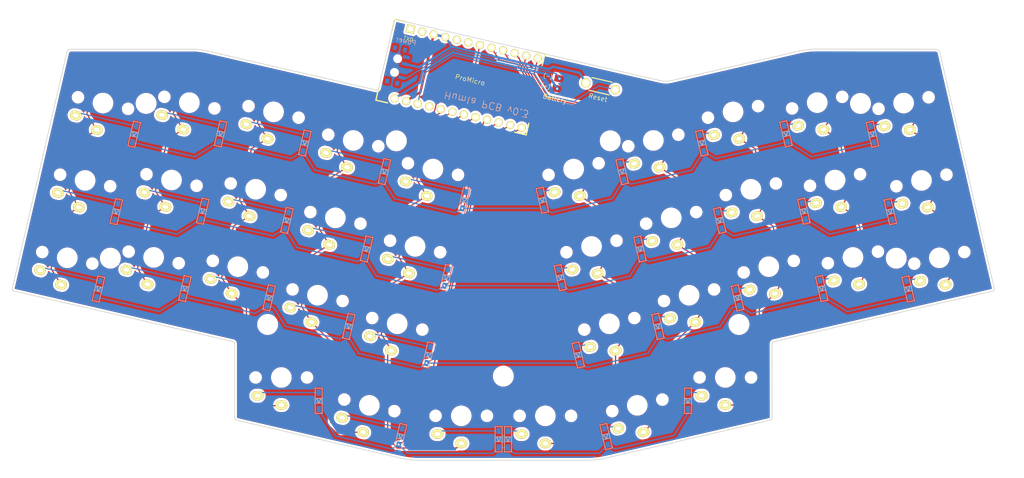
<source format=kicad_pcb>
(kicad_pcb (version 20211014) (generator pcbnew)
  (title_block (title "Humla") (date "2021-11-10") (rev "0.3") (company "jmnw"))
  (layers (0 "F.Cu" signal) (31 "B.Cu" signal) (34 "B.Paste" user) (35 "F.Paste" user) (36 "B.SilkS" user "B.Silkscreen") (37 "F.SilkS" user "F.Silkscreen") (38 "B.Mask" user) (39 "F.Mask" user) (44 "Edge.Cuts" user))
  (net 0 "")
  (net 1 "col0")
  (net 2 "col1")
  (net 3 "col2")
  (net 4 "col3")
  (net 5 "col4")
  (net 6 "col5")
  (net 7 "GND")
  (net 8 "rowA")
  (net 9 "rowB")
  (net 10 "rowC")
  (net 11 "rowD")
  (net 12 "+5V")
  (net 13 "RAW")
  (net 14 "RST")
  (net 15 "Net-(BT1-Pad2)")
  (net 16 "Net-(D1-Pad2)")
  (net 17 "Net-(D2-Pad2)")
  (net 18 "Net-(D3-Pad2)")
  (net 19 "Net-(D4-Pad2)")
  (net 20 "Net-(D5-Pad2)")
  (net 21 "Net-(D6-Pad2)")
  (net 22 "Net-(D7-Pad2)")
  (net 23 "Net-(D8-Pad2)")
  (net 24 "Net-(D9-Pad2)")
  (net 25 "Net-(D10-Pad2)")
  (net 26 "Net-(D11-Pad2)")
  (net 27 "Net-(D12-Pad2)")
  (net 28 "Net-(D13-Pad2)")
  (net 29 "Net-(D14-Pad2)")
  (net 30 "Net-(D15-Pad2)")
  (net 31 "Net-(D16-Pad2)")
  (net 32 "Net-(D17-Pad2)")
  (net 33 "Net-(D18-Pad2)")
  (net 34 "Net-(D19-Pad2)")
  (net 35 "Net-(D20-Pad2)")
  (net 36 "Net-(D21-Pad2)")
  (net 37 "Net-(D22-Pad2)")
  (net 38 "Net-(D23-Pad2)")
  (net 39 "Net-(D24-Pad2)")
  (net 40 "Net-(D25-Pad2)")
  (net 41 "Net-(D26-Pad2)")
  (net 42 "Net-(D27-Pad2)")
  (net 43 "Net-(D28-Pad2)")
  (net 44 "Net-(D29-Pad2)")
  (net 45 "Net-(D30-Pad2)")
  (net 46 "Net-(D31-Pad2)")
  (net 47 "Net-(D32-Pad2)")
  (net 48 "Net-(D33-Pad2)")
  (net 49 "Net-(D34-Pad2)")
  (net 50 "Net-(D35-Pad2)")
  (net 51 "Net-(D36-Pad2)")
  (net 52 "col6")
  (net 53 "col7")
  (net 54 "col8")
  (net 55 "col9")
  (net 56 "Net-(SW38-Pad3)")
  (net 57 "Net-(U1-Pad2)")
  (net 58 "Net-(U1-Pad6)")
  (net 59 "Net-(U1-Pad5)")
  (net 60 "Net-(U1-Pad1)")
  (footprint "humla:Battery_pads" (layer "F.Cu") (at 150.19201 46.826712 77)
    (fp_text reference "BT1" hide)
    (fp_text value "Battery_Cell")
  )
  (footprint "humla:Choc" (layer "F.Cu") (at 52.733737 50.973603 -13)
    (fp_text reference "SW1" hide)
    (fp_text value "SW_Push" hide)
  )
  (footprint "humla:Choc" (layer "F.Cu") (at 71.228441 50.881646 -13)
    (fp_text reference "SW2" hide)
    (fp_text value "SW_Push" hide)
  )
  (footprint "humla:Choc" (layer "F.Cu") (at 89.245129 52.86023 -13)
    (fp_text reference "SW3" hide)
    (fp_text value "SW_Push" hide)
  )
  (footprint "humla:Choc" (layer "F.Cu") (at 106.305759 58.979887 -13)
    (fp_text reference "SW4" hide)
    (fp_text value "SW_Push" hide)
  )
  (footprint "humla:Choc" (layer "F.Cu") (at 123.3664 65.099538 -13)
    (fp_text reference "SW5" hide)
    (fp_text value "SW_Push" hide)
  )
  (footprint "humla:Choc" (layer "F.Cu") (at 153.471948 65.102347 13)
    (fp_text reference "SW6" hide)
    (fp_text value "SW_Push" hide)
  )
  (footprint "humla:Choc" (layer "F.Cu") (at 170.532584 58.982695 13)
    (fp_text reference "SW7" hide)
    (fp_text value "SW_Push" hide)
  )
  (footprint "humla:Choc" (layer "F.Cu") (at 187.593226 52.863042 13)
    (fp_text reference "SW8" hide)
    (fp_text value "SW_Push" hide)
  )
  (footprint "humla:Choc" (layer "F.Cu") (at 205.609904 50.884454 13)
    (fp_text reference "SW9" hide)
    (fp_text value "SW_Push" hide)
  )
  (footprint "humla:Choc" (layer "F.Cu") (at 224.104607 50.976411 13)
    (fp_text reference "SW10" hide)
    (fp_text value "SW_Push" hide)
  )
  (footprint "humla:Choc" (layer "F.Cu") (at 48.909571 67.537888 -13)
    (fp_text reference "SW11" hide)
    (fp_text value "SW_Push" hide)
  )
  (footprint "humla:Choc" (layer "F.Cu") (at 67.404271 67.445939 -13)
    (fp_text reference "SW12" hide)
    (fp_text value "SW_Push" hide)
  )
  (footprint "humla:Choc" (layer "F.Cu") (at 85.420961 69.424523 -13)
    (fp_text reference "SW13" hide)
    (fp_text value "SW_Push" hide)
  )
  (footprint "humla:Choc" (layer "F.Cu") (at 102.481596 75.544177 -13)
    (fp_text reference "SW14" hide)
    (fp_text value "SW_Push" hide)
  )
  (footprint "humla:Choc" (layer "F.Cu") (at 119.542242 81.663828 -13)
    (fp_text reference "SW15" hide)
    (fp_text value "SW_Push" hide)
  )
  (footprint "humla:Choc" (layer "F.Cu") (at 157.296115 81.666638 13)
    (fp_text reference "SW16" hide)
    (fp_text value "SW_Push" hide)
  )
  (footprint "humla:Choc" (layer "F.Cu") (at 174.356751 75.54698 13)
    (fp_text reference "SW17" hide)
    (fp_text value "SW_Push" hide)
  )
  (footprint "humla:Choc" (layer "F.Cu") (at 191.417386 69.427329 13)
    (fp_text reference "SW18" hide)
    (fp_text value "SW_Push" hide)
  )
  (footprint "humla:Choc" (layer "F.Cu") (at 209.434077 67.448752 13)
    (fp_text reference "SW19" hide)
    (fp_text value "SW_Push" hide)
  )
  (footprint "humla:Choc" (layer "F.Cu") (at 227.928778 67.5407 13)
    (fp_text reference "SW20" hide)
    (fp_text value "SW_Push" hide)
  )
  (footprint "humla:Choc" (layer "F.Cu") (at 45.085398 84.102187 -13)
    (fp_text reference "SW21" hide)
    (fp_text value "SW_Push" hide)
  )
  (footprint "humla:Choc" (layer "F.Cu") (at 63.58011 84.010227 -13)
    (fp_text reference "SW22" hide)
    (fp_text value "SW_Push" hide)
  )
  (footprint "humla:Choc" (layer "F.Cu") (at 81.596792 85.988817 -13)
    (fp_text reference "SW23" hide)
    (fp_text value "SW_Push" hide)
  )
  (footprint "humla:Choc" (layer "F.Cu") (at 98.657427 92.108465 -13)
    (fp_text reference "SW24" hide)
    (fp_text value "SW_Push" hide)
  )
  (footprint "humla:Choc" (layer "F.Cu") (at 115.718073 98.228123 -13)
    (fp_text reference "SW25" hide)
    (fp_text value "SW_Push" hide)
  )
  (footprint "humla:Choc" (layer "F.Cu") (at 161.12028 98.230931 13)
    (fp_text reference "SW26" hide)
    (fp_text value "SW_Push" hide)
  )
  (footprint "humla:Choc" (layer "F.Cu") (at 178.180926 92.111276 13)
    (fp_text reference "SW27" hide)
    (fp_text value "SW_Push" hide)
  )
  (footprint "humla:Choc" (layer "F.Cu") (at 195.241563 85.991616 13)
    (fp_text reference "SW28" hide)
    (fp_text value "SW_Push" hide)
  )
  (footprint "humla:Choc" (layer "F.Cu") (at 213.258244 84.013036 13)
    (fp_text reference "SW29" hide)
    (fp_text value "SW_Push" hide)
  )
  (footprint "humla:Choc" (layer "F.Cu") (at 231.752944 84.104997 13)
    (fp_text reference "SW30" hide)
    (fp_text value "SW_Push" hide)
  )
  (footprint "humla:Choc" (layer "F.Cu") (at 90.905601 109.71291)
    (fp_text reference "SW31" hide)
    (fp_text value "SW_Push" hide)
  )
  (footprint "humla:Choc" (layer "F.Cu") (at 109.745407 115.681399 -13)
    (fp_text reference "SW32" hide)
    (fp_text value "SW_Push" hide)
  )
  (footprint "humla:Choc" (layer "F.Cu") (at 147.419969 117.931028)
    (fp_text reference "SW34" hide)
    (fp_text value "SW_Push" hide)
  )
  (footprint "humla:Choc" (layer "F.Cu") (at 167.099108 115.684869 13)
    (fp_text reference "SW35" hide)
    (fp_text value "SW_Push" hide)
  )
  (footprint "humla:Choc" (layer "F.Cu") (at 185.940747 109.708718)
    (fp_text reference "SW36" hide)
    (fp_text value "SW_Push" hide)
  )
  (footprint "humla:Choc" (layer "F.Cu") (at 129.423072 117.930724)
    (fp_text reference "SW33" hide)
    (fp_text value "SW_Push" hide)
  )
  (footprint "humla:M2_hole_3.5mm" (layer "F.Cu") (at 61.952972 51.049421)
    (fp_text reference "h2" hide)
    (fp_text value "h2")
  )
  (footprint "humla:M2_hole_3.5mm" (layer "F.Cu") (at 54.304635 84.178007)
    (fp_text reference "h2" hide)
    (fp_text value "h2")
  )
  (footprint "humla:M2_hole_3.5mm" (layer "F.Cu") (at 222.53371 84.180817)
    (fp_text reference "h2" hide)
    (fp_text value "h2")
  )
  (footprint "humla:M2_hole_3.5mm" (layer "F.Cu") (at 87.976015 98.366051)
    (fp_text reference "h2" hide)
    (fp_text value "h2")
  )
  (footprint "humla:M2_hole_3.5mm" (layer "F.Cu") (at 188.862335 98.368862)
    (fp_text reference "h2" hide)
    (fp_text value "h2")
  )
  (footprint "humla:Reset" (layer "F.Cu") (at 159.236625 47.371592 167)
    (fp_text reference "SW37" hide)
    (fp_text value "Reset")
  )
  (footprint "humla:M2_hole_3.5mm" (layer "F.Cu") (at 161.313346 59.058516)
    (fp_text reference "h2" hide)
    (fp_text value "h2")
  )
  (footprint "humla:M2_hole_3.5mm" (layer "F.Cu") (at 115.524994 59.055705)
    (fp_text reference "h2" hide)
    (fp_text value "h2")
  )
  (footprint "humla:M2_hole_3.5mm" (layer "F.Cu") (at 138.423075 109.430724)
    (fp_text reference "h2" hide)
    (fp_text value "h2")
  )
  (footprint "humla:M2_hole_3.5mm" (layer "F.Cu") (at 214.885374 51.052233)
    (fp_text reference "h2" hide)
    (fp_text value "h2")
  )
  (footprint "humla:ArduinoProMicro" (layer "B.Cu") (at 118.570921 35.122009 -13)
    (fp_text reference "U1" hide)
    (fp_text value "ProMicro" hide)
  )
  (footprint "humla:D3_SMD" (layer "B.Cu") (at 59.403947 57.645054 77)
    (fp_text reference "D1" hide)
    (fp_text value "D_Small" hide)
  )
  (footprint "humla:D3_SMD" (layer "B.Cu") (at 77.898652 57.553105 77)
    (fp_text reference "D2" hide)
    (fp_text value "D_Small" hide)
  )
  (footprint "humla:D3_SMD" (layer "B.Cu") (at 95.915327 59.531685 77)
    (fp_text reference "D3" hide)
    (fp_text value "D_Small" hide)
  )
  (footprint "humla:D3_SMD" (layer "B.Cu") (at 112.975973 65.651347 77)
    (fp_text reference "D4" hide)
    (fp_text value "D_Small" hide)
  )
  (footprint "humla:D3_SMD" (layer "B.Cu") (at 130.03661 71.770996 77)
    (fp_text reference "D5" hide)
    (fp_text value "D_Small" hide)
  )
  (footprint "humla:D3_SMD" (layer "B.Cu") (at 146.801737 71.773806 103)
    (fp_text reference "D6" hide)
    (fp_text value "D_Small" hide)
  )
  (footprint "humla:D3_SMD" (layer "B.Cu") (at 163.862379 65.654154 103)
    (fp_text reference "D7" hide)
    (fp_text value "D_Small" hide)
  )
  (footprint "humla:D3_SMD" (layer "B.Cu") (at 180.923019 59.534499 103)
    (fp_text reference "D8" hide)
    (fp_text value "D_Small" hide)
  )
  (footprint "humla:D3_SMD" (layer "B.Cu") (at 198.939699 57.555918 103)
    (fp_text reference "D9" hide)
    (fp_text value "D_Small" hide)
  )
  (footprint "humla:D3_SMD" (layer "B.Cu") (at 217.434411 57.647866 103)
    (fp_text reference "D10" hide)
    (fp_text value "D_Small" hide)
  )
  (footprint "humla:D3_SMD" (layer "B.Cu") (at 55.57978 74.209352 77)
    (fp_text reference "D11" hide)
    (fp_text value "D_Small" hide)
  )
  (footprint "humla:D3_SMD" (layer "B.Cu") (at 74.074481 74.117398 77)
    (fp_text reference "D12" hide)
    (fp_text value "D_Small" hide)
  )
  (footprint "humla:D3_SMD" (layer "B.Cu") (at 92.091159 76.095981 77)
    (fp_text reference "D13" hide)
    (fp_text value "D_Small" hide)
  )
  (footprint "humla:D3_SMD" (layer "B.Cu") (at 109.151801 82.215634 77)
    (fp_text reference "D14" hide)
    (fp_text value "D_Small" hide)
  )
  (footprint "humla:D3_SMD" (layer "B.Cu") (at 126.212443 88.335288 77)
    (fp_text reference "D15" hide)
    (fp_text value "D_Small" hide)
  )
  (footprint "humla:D3_SMD" (layer "B.Cu") (at 150.625907 88.338102 103)
    (fp_text reference "D16" hide)
    (fp_text value "D_Small" hide)
  )
  (footprint "humla:D3_SMD" (layer "B.Cu") (at 167.68655 82.218445 103)
    (fp_text reference "D17" hide)
    (fp_text value "D_Small" hide)
  )
  (footprint "humla:D3_SMD" (layer "B.Cu") (at 184.747183 76.098791 103)
    (fp_text reference "D18" hide)
    (fp_text value "D_Small" hide)
  )
  (footprint "humla:D3_SMD" (layer "B.Cu") (at 202.763868 74.120206 103)
    (fp_text reference "D19" hide)
    (fp_text value "D_Small" hide)
  )
  (footprint "humla:D3_SMD" (layer "B.Cu") (at 221.258579 74.212162 103)
    (fp_text reference "D20" hide)
    (fp_text value "D_Small" hide)
  )
  (footprint "humla:D3_SMD" (layer "B.Cu") (at 51.75561 90.773636 77)
    (fp_text reference "D21" hide)
    (fp_text value "D_Small" hide)
  )
  (footprint "humla:D3_SMD" (layer "B.Cu") (at 70.250309 90.681679 77)
    (fp_text reference "D22" hide)
    (fp_text value "D_Small" hide)
  )
  (footprint "humla:D3_SMD" (layer "B.Cu") (at 88.266996 92.66027 77)
    (fp_text reference "D23" hide)
    (fp_text value "D_Small" hide)
  )
  (footprint "humla:D3_SMD" (layer "B.Cu") (at 105.327632 98.779924 77)
    (fp_text reference "D24" hide)
    (fp_text value "D_Small" hide)
  )
  (footprint "humla:D3_SMD" (layer "B.Cu") (at 122.388271 104.899581 77)
    (fp_text reference "D25" hide)
    (fp_text value "D_Small" hide)
  )
  (footprint "humla:D3_SMD" (layer "B.Cu") (at 154.450074 104.902397 103)
    (fp_text reference "D26" hide)
    (fp_text value "D_Small" hide)
  )
  (footprint "humla:D3_SMD" (layer "B.Cu") (at 171.510715 98.782735 103)
    (fp_text reference "D27" hide)
    (fp_text value "D_Small" hide)
  )
  (footprint "humla:D3_SMD" (layer "B.Cu") (at 188.571355 92.663086 103)
    (fp_text reference "D28" hide)
    (fp_text value "D_Small" hide)
  )
  (footprint "humla:D3_SMD" (layer "B.Cu") (at 206.588037 90.684497 103)
    (fp_text reference "D29" hide)
    (fp_text value "D_Small" hide)
  )
  (footprint "humla:D3_SMD" (layer "B.Cu") (at 225.082746 90.776447 103)
    (fp_text reference "D30" hide)
    (fp_text value "D_Small" hide)
  )
  (footprint "humla:D3_SMD" (layer "B.Cu") (at 98.905603 114.712903 90)
    (fp_text reference "D31" hide)
    (fp_text value "D_Small" hide)
  )
  (footprint "humla:D3_SMD" (layer "B.Cu") (at 116.415608 122.352861 77)
    (fp_text reference "D32" hide)
    (fp_text value "D_Small" hide)
  )
  (footprint "humla:D3_SMD" (layer "B.Cu") (at 139.419968 122.931028 90)
    (fp_text reference "D34" hide)
    (fp_text value "D_Small" hide)
  )
  (footprint "humla:D3_SMD" (layer "B.Cu") (at 160.428897 122.356329 103)
    (fp_text reference "D35" hide)
    (fp_text value "D_Small" hide)
  )
  (footprint "humla:D3_SMD" (layer "B.Cu") (at 177.940744 114.708715 90)
    (fp_text reference "D36" hide)
    (fp_text value "D_Small" hide)
  )
  (footprint "humla:D3_SMD" (layer "B.Cu") (at 137.423073 122.930725 90)
    (fp_text reference "D33" hide)
    (fp_text value "D_Small" hide)
  )
  (footprint "humla:power_switch" (layer "B.Cu") (at 115.461878 42.94308 77)
    (fp_text reference "SW38" hide)
    (fp_text value "SW_SPDT")
  )
  (gr_arc (start 81.308961 118.865034) (mid 81.013866 118.683623) (end 80.898388 118.357042) (layer "Edge.Cuts") (width 0.15))
  (gr_line (start 195.92646 102.482032) (end 195.941855 118.357035) (layer "Edge.Cuts") (width 0.15))
  (gr_line (start 116.488003 126.984004) (end 81.308961 118.865034) (layer "Edge.Cuts") (width 0.15))
  (gr_line (start 115.04085 33.470177) (end 111.735538 47.832975) (layer "Edge.Cuts") (width 0.15))
  (gr_line (start 231.878626 40.193368) (end 243.525839 90.664496) (layer "Edge.Cuts") (width 0.15))
  (gr_arc (start 195.941856 118.35703) (mid 195.826383 118.683614) (end 195.531291 118.865032) (layer "Edge.Cuts") (width 0.15))
  (gr_arc (start 195.926454 102.482033) (mid 196.025074 102.211117) (end 196.26032 102.044442) (layer "Edge.Cuts") (width 0.15))
  (gr_arc (start 120.424132 127.429206) (mid 118.443545 127.317317) (end 116.488003 126.984004) (layer "Edge.Cuts") (width 0.15))
  (gr_arc (start 160.360262 126.984005) (mid 158.40472 127.317318) (end 156.424134 127.429207) (layer "Edge.Cuts") (width 0.15))
  (gr_arc (start 44.964628 40.190719) (mid 45.320991 39.652395) (end 45.932022 39.444002) (layer "Edge.Cuts") (width 0.15))
  (gr_arc (start 174.220747 46.20432) (mid 173.266424 46.286658) (end 172.310645 46.223428) (layer "Edge.Cuts") (width 0.15))
  (gr_arc (start 33.650626 91.210517) (mid 33.361915 90.984162) (end 33.317294 90.62002) (layer "Edge.Cuts") (width 0.15))
  (gr_arc (start 243.525839 90.664496) (mid 243.448955 91.023214) (end 243.141228 91.222948) (layer "Edge.Cuts") (width 0.15))
  (gr_arc (start 230.911232 39.446659) (mid 231.522259 39.65505) (end 231.87862 40.193369) (layer "Edge.Cuts") (width 0.15))
  (gr_line (start 80.901857 102.482036) (end 80.901853 118.357027) (layer "Edge.Cuts") (width 0.15))
  (gr_line (start 33.650626 91.210517) (end 80.56799 102.04444) (layer "Edge.Cuts") (width 0.15))
  (gr_arc (start 72.488601 39.454656) (mid 73.817501 39.603326) (end 75.131342 39.852121) (layer "Edge.Cuts") (width 0.15))
  (gr_line (start 174.220751 46.204327) (end 201.713575 39.857925) (layer "Edge.Cuts") (width 0.15))
  (gr_arc (start 80.56799 102.04444) (mid 80.803238 102.211113) (end 80.90186 102.482028) (layer "Edge.Cuts") (width 0.15))
  (gr_line (start 115.631343 33.136855) (end 172.310645 46.223428) (layer "Edge.Cuts") (width 0.15))
  (gr_arc (start 111.735538 47.832975) (mid 111.509188 48.121687) (end 111.145048 48.166312) (layer "Edge.Cuts") (width 0.15))
  (gr_arc (start 115.04085 33.470177) (mid 115.267205 33.181467) (end 115.631346 33.136846) (layer "Edge.Cuts") (width 0.15))
  (gr_line (start 120.424134 127.429208) (end 156.424138 127.429204) (layer "Edge.Cuts") (width 0.15))
  (gr_line (start 243.14123 91.222947) (end 196.26032 102.044442) (layer "Edge.Cuts") (width 0.15))
  (gr_line (start 45.932022 39.444002) (end 72.488598 39.454657) (layer "Edge.Cuts") (width 0.15))
  (gr_line (start 44.964628 40.190718) (end 33.317302 90.620022) (layer "Edge.Cuts") (width 0.15))
  (gr_line (start 160.360262 126.984005) (end 195.531291 118.865032) (layer "Edge.Cuts") (width 0.15))
  (gr_line (start 230.911232 39.446659) (end 205.649705 39.41272) (layer "Edge.Cuts") (width 0.15))
  (gr_arc (start 201.713575 39.857925) (mid 203.669117 39.524612) (end 205.649704 39.412725) (layer "Edge.Cuts") (width 0.15))
  (gr_line (start 75.131342 39.852121) (end 111.14503 48.166303) (layer "Edge.Cuts") (width 0.15))
  (gr_text "Humla PCB v0.3" (at 125.672222 49.156219 167) (layer "B.SilkS") (effects (font (size 1.5 1.5)) (justify left mirror)))
  (segment (start 49.278547 53.316912) (end 50.273616 49.006825) (width 0.25) (layer "F.Cu") (net 1))
  (segment (start 124.042559 51.246855) (end 131.575854 46.53953) (width 0.25) (layer "F.Cu") (net 1))
  (segment (start 47.58236 73.286674) (end 45.454386 69.881197) (width 0.25) (layer "F.Cu") (net 1))
  (segment (start 48.001058 58.850358) (end 51.406525 56.722383) (width 0.25) (layer "F.Cu") (net 1))
  (segment (start 51.406525 56.722383) (end 49.278547 53.316912) (width 0.25) (layer "F.Cu") (net 1))
  (segment (start 123.707248 52.69924) (end 124.042559 51.246855) (width 0.25) (layer "F.Cu") (net 1))
  (segment (start 50.273616 49.006825) (end 61.729006 41.848703) (width 0.25) (layer "F.Cu") (net 1))
  (segment (start 44.176883 75.414648) (end 47.58236 73.286674) (width 0.25) (layer "F.Cu") (net 1))
  (segment (start 131.575854 46.53953) (end 133.420324 38.55026) (width 0.25) (layer "F.Cu") (net 1))
  (segment (start 45.454386 69.881197) (end 48.001058 58.850358) (width 0.25) (layer "F.Cu") (net 1))
  (segment (start 61.729006 41.848703) (end 119.665976 55.224505) (width 0.25) (layer "F.Cu") (net 1))
  (segment (start 119.665976 55.224505) (end 123.707248 52.69924) (width 0.25) (layer "F.Cu") (net 1))
  (segment (start 41.630214 86.445496) (end 44.176883 75.414648) (width 0.25) (layer "F.Cu") (net 1))
  (segment (start 43.758188 89.850969) (end 41.630214 86.445496) (width 0.25) (layer "F.Cu") (net 1))
  (segment (start 63.949088 69.789246) (end 66.077062 73.194721) (width 0.25) (layer "F.Cu") (net 2))
  (segment (start 66.077062 73.194721) (end 62.671592 75.322696) (width 0.25) (layer "F.Cu") (net 2))
  (segment (start 62.671592 75.322696) (end 60.124921 86.35354) (width 0.25) (layer "F.Cu") (net 2))
  (segment (start 68.779472 48.866564) (end 67.773257 53.224953) (width 0.25) (layer "F.Cu") (net 2))
  (segment (start 120.438179 55.864627) (end 74.538586 45.267866) (width 0.25) (layer "F.Cu") (net 2))
  (segment (start 124.845119 53.110867) (end 120.438179 55.864627) (width 0.25) (layer "F.Cu") (net 2))
  (segment (start 60.124921 86.35354) (end 62.252897 89.759008) (width 0.25) (layer "F.Cu") (net 2))
  (segment (start 67.773257 53.224953) (end 69.901235 56.630426) (width 0.25) (layer "F.Cu") (net 2))
  (segment (start 125.042268 52.25691) (end 124.845119 53.110867) (width 0.25) (layer "F.Cu") (net 2))
  (segment (start 74.538586 45.267866) (end 68.779472 48.866564) (width 0.25) (layer "F.Cu") (net 2))
  (segment (start 66.495757 58.758406) (end 63.949088 69.789246) (width 0.25) (layer "F.Cu") (net 2))
  (segment (start 69.901235 56.630426) (end 66.495757 58.758406) (width 0.25) (layer "F.Cu") (net 2))
  (segment (start 127.51717 52.828287) (end 121.519413 56.576097) (width 0.25) (layer "F.Cu") (net 3))
  (segment (start 86.785004 50.89345) (end 85.789939 55.203536) (width 0.25) (layer "F.Cu") (net 3))
  (segment (start 90.78059 115.737918) (end 90.905598 115.612907) (width 0.25) (layer "F.Cu") (net 3))
  (segment (start 121.519413 56.576097) (end 89.515304 49.187363) (width 0.25) (layer "F.Cu") (net 3))
  (segment (start 85.789939 55.203536) (end 87.917914 58.609011) (width 0.25) (layer "F.Cu") (net 3))
  (segment (start 83.429696 114.492223) (end 84.675394 115.737919) (width 0.25) (layer "F.Cu") (net 3))
  (segment (start 84.093746 75.173309) (end 80.688271 77.301286) (width 0.25) (layer "F.Cu") (net 3))
  (segment (start 84.675394 115.737919) (end 90.78059 115.737918) (width 0.25) (layer "F.Cu") (net 3))
  (segment (start 78.141602 88.332122) (end 80.269578 91.737598) (width 0.25) (layer "F.Cu") (net 3))
  (segment (start 81.965772 71.767833) (end 84.093746 75.173309) (width 0.25) (layer "F.Cu") (net 3))
  (segment (start 84.512443 60.736983) (end 81.965772 71.767833) (width 0.25) (layer "F.Cu") (net 3))
  (segment (start 87.917914 58.609011) (end 84.512443 60.736983) (width 0.25) (layer "F.Cu") (net 3))
  (segment (start 80.688271 77.301286) (end 78.141602 88.332122) (width 0.25) (layer "F.Cu") (net 3))
  (segment (start 80.269579 91.737599) (end 83.429699 94.897714) (width 0.25) (layer "F.Cu") (net 3))
  (segment (start 89.515304 49.187363) (end 86.785004 50.89345) (width 0.25) (layer "F.Cu") (net 3))
  (segment (start 83.429699 94.897714) (end 83.429696 114.492223) (width 0.25) (layer "F.Cu") (net 3))
  (segment (start 101.154387 81.29296) (end 97.748912 83.420939) (width 0.25) (layer "F.Cu") (net 4))
  (segment (start 103.59923 121.430181) (end 101.477547 119.308499) (width 0.25) (layer "F.Cu") (net 4))
  (segment (start 101.573082 66.856644) (end 99.026414 77.88749) (width 0.25) (layer "F.Cu") (net 4))
  (segment (start 108.418195 121.430186) (end 103.59923 121.430181) (width 0.25) (layer "F.Cu") (net 4))
  (segment (start 97.748912 83.420939) (end 95.20224 94.451777) (width 0.25) (layer "F.Cu") (net 4))
  (segment (start 101.477547 119.308499) (end 101.477551 102.004584) (width 0.25) (layer "F.Cu") (net 4))
  (segment (start 95.20224 94.451777) (end 97.330215 97.857246) (width 0.25) (layer "F.Cu") (net 4))
  (segment (start 102.850574 61.323196) (end 104.97855 64.728669) (width 0.25) (layer "F.Cu") (net 4))
  (segment (start 104.97855 64.728669) (end 101.573082 66.856644) (width 0.25) (layer "F.Cu") (net 4))
  (segment (start 99.026414 77.88749) (end 101.154387 81.29296) (width 0.25) (layer "F.Cu") (net 4))
  (segment (start 103.906389 56.749961) (end 102.850574 61.323196) (width 0.25) (layer "F.Cu") (net 4))
  (segment (start 129.992067 53.399662) (end 123.454606 57.484723) (width 0.25) (layer "F.Cu") (net 4))
  (segment (start 101.477551 102.004584) (end 97.330217 97.857252) (width 0.25) (layer "F.Cu") (net 4))
  (segment (start 108.321648 53.991001) (end 103.906389 56.749961) (width 0.25) (layer "F.Cu") (net 4))
  (segment (start 123.454606 57.484723) (end 108.321648 53.991001) (width 0.25) (layer "F.Cu") (net 4))
  (segment (start 118.215025 87.412613) (end 114.809556 89.540592) (width 0.25) (layer "F.Cu") (net 5))
  (segment (start 114.390862 103.976907) (end 113.672222 104.695542) (width 0.25) (layer "F.Cu") (net 5))
  (segment (start 116.087058 84.007141) (end 118.215025 87.412613) (width 0.25) (layer "F.Cu") (net 5))
  (segment (start 114.39086 103.976906) (end 114.405686 103.980328) (width 0.25) (layer "F.Cu") (net 5))
  (segment (start 114.425777 103.825665) (end 114.39086 103.976906) (width 0.25) (layer "F.Cu") (net 5))
  (segment (start 132.466966 53.971038) (end 121.42908 60.868276) (width 0.25) (layer "F.Cu") (net 5))
  (segment (start 121.429643 60.865818) (end 121.432105 60.866385) (width 0.25) (layer "F.Cu") (net 5))
  (segment (start 122.039191 70.848319) (end 119.911217 67.442848) (width 0.25) (layer "F.Cu") (net 5))
  (segment (start 128.446921 124.806875) (end 129.423072 123.830723) (width 0.25) (layer "F.Cu") (net 5))
  (segment (start 114.809556 89.540592) (end 112.297804 100.420195) (width 0.25) (layer "F.Cu") (net 5))
  (segment (start 113.672222 122.762881) (end 115.71622 124.806876) (width 0.25) (layer "F.Cu") (net 5))
  (segment (start 118.633725 72.976296) (end 116.087058 84.007141) (width 0.25) (layer "F.Cu") (net 5))
  (segment (start 113.672222 104.695542) (end 113.672222 122.762881) (width 0.25) (layer "F.Cu") (net 5))
  (segment (start 112.297804 100.420195) (end 114.425777 103.825665) (width 0.25) (layer "F.Cu") (net 5))
  (segment (start 115.71622 124.806876) (end 128.446921 124.806875) (width 0.25) (layer "F.Cu") (net 5))
  (segment (start 121.429643 60.865818) (end 119.911217 67.442848) (width 0.25) (layer "F.Cu") (net 5))
  (segment (start 122.039191 70.848319) (end 118.633725 72.976296) (width 0.25) (layer "F.Cu") (net 5))
  (segment (start 164.575465 100.574241) (end 162.028792 89.543395) (width 0.25) (layer "F.Cu") (net 6))
  (segment (start 154.342136 56.248805) (end 149.775634 51.682303) (width 0.25) (layer "F.Cu") (net 6))
  (segment (start 162.44749 103.979714) (end 164.575465 100.574241) (width 0.25) (layer "F.Cu") (net 6))
  (segment (start 137.540842 41.755177) (end 141.457994 42.659524) (width 0.25) (layer "F.Cu") (net 6))
  (segment (start 135.895221 39.121638) (end 137.540842 41.755177) (width 0.25) (layer "F.Cu") (net 6))
  (segment (start 156.927133 67.445656) (end 154.799157 70.851131) (width 0.25) (layer "F.Cu") (net 6))
  (segment (start 158.623323 87.415428) (end 160.751297 84.009948) (width 0.25) (layer "F.Cu") (net 6))
  (segment (start 149.648302 123.831025) (end 162.447488 111.031836) (width 0.25) (layer "F.Cu") (net 6))
  (segment (start 154.342136 56.248805) (end 156.927133 67.445656) (width 0.25) (layer "F.Cu") (net 6))
  (segment (start 149.775634 51.682303) (end 146.644326 50.959382) (width 0.25) (layer "F.Cu") (net 6))
  (segment (start 147.419969 123.831025) (end 149.648302 123.831025) (width 0.25) (layer "F.Cu") (net 6))
  (segment (start 160.751297 84.009948) (end 158.204624 72.979111) (width 0.25) (layer "F.Cu") (net 6))
  (segment (start 141.457994 42.659524) (end 146.644326 50.959382) (width 0.25) (layer "F.Cu") (net 6))
  (segment (start 162.028792 89.543395) (end 158.623322 87.415422) (width 0.25) (layer "F.Cu") (net 6))
  (segment (start 162.447488 111.031836) (end 162.447491 103.979713) (width 0.25) (layer "F.Cu") (net 6))
  (segment (start 158.204624 72.979111) (end 154.799156 70.851131) (width 0.25) (layer "F.Cu") (net 6))
  (segment (start 120.663837 48.639257) (end 117.617567 50.542784) (width 0.5) (layer "F.Cu") (net 7))
  (segment (start 123.52072 36.26476) (end 120.663837 48.639257) (width 0.5) (layer "F.Cu") (net 7))
  (segment (start 123.52072 36.26476) (end 125.995618 36.836134) (width 0.5) (layer "B.Cu") (net 7))
  (segment (start 154.734414 44.503249) (end 154.067573 44.349298) (width 0.5) (layer "B.Cu") (net 7))
  (segment (start 117.335734 42.605966) (end 120.346833 43.301132) (width 0.5) (layer "B.Cu") (net 7))
  (segment (start 126.088742 36.857635) (end 125.995621 36.836136) (width 0.5) (layer "B.Cu") (net 7))
  (segment (start 156.069923 46.640502) (end 154.734414 44.503249) (width 0.5) (layer "B.Cu") (net 7))
  (segment (start 127.372018 38.911306) (end 126.088742 36.857635) (width 0.5) (layer "B.Cu") (net 7))
  (segment (start 127.372018 38.911306) (end 148.191311 43.717818) (width 0.5) (layer "B.Cu") (net 7))
  (segment (start 154.067573 44.349298) (end 149.038729 43.188295) (width 0.5) (layer "B.Cu") (net 7))
  (segment (start 149.038729 43.188295) (end 148.191311 43.717818) (width 0.5) (layer "B.Cu") (net 7))
  (segment (start 120.346833 43.301132) (end 127.372018 38.911306) (width 0.5) (layer "B.Cu") (net 7))
  (segment (start 129.63732 73.500505) (end 129.967124 73.294421) (width 0.25) (layer "F.Cu") (net 8))
  (segment (start 129.967124 73.294421) (end 134.187544 55.013767) (width 0.25) (layer "F.Cu") (net 8))
  (segment (start 134.187544 55.013767) (end 134.941868 54.542414) (width 0.25) (layer "F.Cu") (net 8))
  (via (at 129.63732 73.500505) (size 0.8) (drill 0.4) (layers "F.Cu" "B.Cu") (net 8))
  (segment (start 92.967486 62.853713) (end 95.516042 61.261194) (width 0.25) (layer "B.Cu") (net 8))
  (segment (start 204.436106 62.470457) (end 217.833695 59.377378) (width 0.25) (layer "B.Cu") (net 8))
  (segment (start 181.32231 61.264003) (end 178.793006 65.311728) (width 0.25) (layer "B.Cu") (net 8))
  (segment (start 129.63732 73.500505) (end 147.198218 73.500504) (width 0.25) (layer "B.Cu") (net 8))
  (segment (start 112.576684 67.380849) (end 115.105984 71.428576) (width 0.25) (layer "B.Cu") (net 8))
  (segment (start 59.004653 59.374557) (end 72.40226 62.46764) (width 0.25) (layer "B.Cu") (net 8))
  (segment (start 95.516042 61.261194) (end 98.04534 65.308916) (width 0.25) (layer "B.Cu") (net 8))
  (segment (start 128.138158 74.437285) (end 129.637317 73.500503) (width 0.25) (layer "B.Cu") (net 8))
  (segment (start 165.760827 68.320444) (end 164.261665 67.38366) (width 0.25) (layer "B.Cu") (net 8))
  (segment (start 72.40226 62.46764) (end 77.499367 59.282612) (width 0.25) (layer "B.Cu") (net 8))
  (segment (start 147.198218 73.500504) (end 147.201023 73.503312) (width 0.25) (layer "B.Cu") (net 8))
  (segment (start 111.077513 68.317635) (end 112.576684 67.380849) (width 0.25) (layer "B.Cu") (net 8))
  (segment (start 77.499367 59.282612) (end 92.967486 62.853713) (width 0.25) (layer "B.Cu") (net 8))
  (segment (start 148.700187 74.440095) (end 147.201023 73.503311) (width 0.25) (layer "B.Cu") (net 8))
  (segment (start 164.261665 67.38366) (end 161.732372 71.431379) (width 0.25) (layer "B.Cu") (net 8))
  (segment (start 183.870872 62.856525) (end 181.32231 61.264003) (width 0.25) (layer "B.Cu") (net 8))
  (segment (start 98.04534 65.308916) (end 111.077513 68.317635) (width 0.25) (layer "B.Cu") (net 8))
  (segment (start 178.793006 65.311728) (end 165.760827 68.320444) (width 0.25) (layer "B.Cu") (net 8))
  (segment (start 115.105984 71.428576) (end 128.138158 74.437285) (width 0.25) (layer "B.Cu") (net 8))
  (segment (start 161.732372 71.431379) (end 148.700187 74.440095) (width 0.25) (layer "B.Cu") (net 8))
  (segment (start 199.338987 59.285427) (end 183.870872 62.856525) (width 0.25) (layer "B.Cu") (net 8))
  (segment (start 199.338987 59.285427) (end 204.436106 62.470457) (width 0.25) (layer "B.Cu") (net 8))
  (segment (start 147.198218 73.500503) (end 147.201023 73.503311) (width 0.25) (layer "B.Cu") (net 8))
  (segment (start 126.682075 89.521833) (end 134.155287 57.151787) (width 0.25) (layer "F.Cu") (net 9))
  (segment (start 125.813156 90.064793) (end 126.682075 89.521833) (width 0.25) (layer "F.Cu") (net 9))
  (segment (start 134.155287 57.151787) (end 137.416768 55.113788) (width 0.25) (layer "F.Cu") (net 9))
  (via (at 125.813156 90.064793) (size 0.8) (drill 0.4) (layers "F.Cu" "B.Cu") (net 9))
  (segment (start 182.617181 81.876018) (end 169.584992 84.884729) (width 0.25) (layer "B.Cu") (net 9))
  (segment (start 124.313987 91.001576) (end 125.813155 90.064794) (width 0.25) (layer "B.Cu") (net 9))
  (segment (start 125.81597 90.067613) (end 125.813158 90.064795) (width 0.25) (layer "B.Cu") (net 9))
  (segment (start 55.180493 75.938861) (end 68.578079 79.031935) (width 0.25) (layer "B.Cu") (net 9))
  (segment (start 94.221169 81.873208) (end 107.253357 84.881926) (width 0.25) (layer "B.Cu") (net 9))
  (segment (start 185.146476 77.8283) (end 182.617181 81.876018) (width 0.25) (layer "B.Cu") (net 9))
  (segment (start 111.28181 87.99286) (end 124.313987 91.001576) (width 0.25) (layer "B.Cu") (net 9))
  (segment (start 91.691876 77.82549) (end 94.221169 81.873208) (width 0.25) (layer "B.Cu") (net 9))
  (segment (start 168.085838 83.947951) (end 165.556543 87.995669) (width 0.25) (layer "B.Cu") (net 9))
  (segment (start 187.695028 79.420808) (end 185.146476 77.8283) (width 0.25) (layer "B.Cu") (net 9))
  (segment (start 89.143323 79.417999) (end 91.691876 77.82549) (width 0.25) (layer "B.Cu") (net 9))
  (segment (start 107.253357 84.881926) (end 108.752519 83.945138) (width 0.25) (layer "B.Cu") (net 9))
  (segment (start 151.025195 90.06761) (end 125.815969 90.067606) (width 0.25) (layer "B.Cu") (net 9))
  (segment (start 169.584992 84.884729) (end 168.085838 83.947951) (width 0.25) (layer "B.Cu") (net 9))
  (segment (start 125.815969 90.067606) (end 125.813156 90.064793) (width 0.25) (layer "B.Cu") (net 9))
  (segment (start 208.26028 79.034743) (end 203.163152 75.849709) (width 0.25) (layer "B.Cu") (net 9))
  (segment (start 203.163152 75.849709) (end 187.695028 79.420808) (width 0.25) (layer "B.Cu") (net 9))
  (segment (start 73.675196 75.846905) (end 89.143323 79.417999) (width 0.25) (layer "B.Cu") (net 9))
  (segment (start 221.657861 75.941665) (end 208.26028 79.034743) (width 0.25) (layer "B.Cu") (net 9))
  (segment (start 68.578079 79.031935) (end 73.675196 75.846905) (width 0.25) (layer "B.Cu") (net 9))
  (segment (start 165.556543 87.995669) (end 152.52435 91.004389) (width 0.25) (layer "B.Cu") (net 9))
  (segment (start 108.752519 83.945138) (end 111.28181 87.99286) (width 0.25) (layer "B.Cu") (net 9))
  (segment (start 152.52435 91.004389) (end 151.025196 90.067612) (width 0.25) (layer "B.Cu") (net 9))
  (segment (start 134.123032 59.289809) (end 139.891668 55.685164) (width 0.25) (layer "F.Cu") (net 10))
  (segment (start 123.397026 105.749245) (end 134.123032 59.289809) (width 0.25) (layer "F.Cu") (net 10))
  (segment (start 121.988982 106.629087) (end 123.397026 105.749245) (width 0.25) (layer "F.Cu") (net 10))
  (via (at 121.988982 106.629087) (size 0.8) (drill 0.4) (layers "F.Cu" "B.Cu") (net 10))
  (segment (start 89.257322 94.710593) (end 91.786618 98.758315) (width 0.25) (layer "B.Cu") (net 10))
  (segment (start 173.409166 101.449026) (end 171.910004 100.512245) (width 0.25) (layer "B.Cu") (net 10))
  (segment (start 91.786618 98.758315) (end 103.429182 101.446214) (width 0.25) (layer "B.Cu") (net 10))
  (segment (start 171.910004 100.512245) (end 169.38071 104.559964) (width 0.25) (layer "B.Cu") (net 10))
  (segment (start 154.846546 106.629088) (end 154.849355 106.631901) (width 0.25) (layer "B.Cu") (net 10))
  (segment (start 51.356323 92.503148) (end 64.753907 95.596222) (width 0.25) (layer "B.Cu") (net 10))
  (segment (start 225.482033 92.505956) (end 212.084442 95.599031) (width 0.25) (layer "B.Cu") (net 10))
  (segment (start 121.988982 106.629087) (end 154.846546 106.629088) (width 0.25) (layer "B.Cu") (net 10))
  (segment (start 169.38071 104.559964) (end 156.348532 107.56868) (width 0.25) (layer "B.Cu") (net 10))
  (segment (start 120.489823 107.565871) (end 121.988985 106.629086) (width 0.25) (layer "B.Cu") (net 10))
  (segment (start 184.851661 98.807318) (end 173.409166 101.449026) (width 0.25) (layer "B.Cu") (net 10))
  (segment (start 156.348532 107.56868) (end 154.849355 106.631901) (width 0.25) (layer "B.Cu") (net 10))
  (segment (start 107.457643 104.557156) (end 120.489823 107.565871) (width 0.25) (layer "B.Cu") (net 10))
  (segment (start 85.319145 95.982288) (end 87.867707 94.389774) (width 0.25) (layer "B.Cu") (net 10))
  (segment (start 64.753907 95.596222) (end 69.851021 92.41119) (width 0.25) (layer "B.Cu") (net 10))
  (segment (start 206.987324 92.414005) (end 191.519196 95.985102) (width 0.25) (layer "B.Cu") (net 10))
  (segment (start 154.846546 106.629088) (end 154.849355 106.631901) (width 0.25) (layer "B.Cu") (net 10))
  (segment (start 87.867704 94.389775) (end 89.257322 94.710593) (width 0.25) (layer "B.Cu") (net 10))
  (segment (start 104.928346 100.509432) (end 107.457643 104.557156) (width 0.25) (layer "B.Cu") (net 10))
  (segment (start 187.380955 94.7596) (end 184.851661 98.807318) (width 0.25) (layer "B.Cu") (net 10))
  (segment (start 191.519196 95.985102) (end 188.97064 94.392586) (width 0.25) (layer "B.Cu") (net 10))
  (segment (start 212.084442 95.599031) (end 206.987324 92.414005) (width 0.25) (layer "B.Cu") (net 10))
  (segment (start 188.97064 94.392592) (end 187.380955 94.7596) (width 0.25) (layer "B.Cu") (net 10))
  (segment (start 103.429182 101.446214) (end 104.928346 100.509432) (width 0.25) (layer "B.Cu") (net 10))
  (segment (start 69.851021 92.41119) (end 85.319145 95.982288) (width 0.25) (layer "B.Cu") (net 10))
  (segment (start 120.234336 121.446654) (end 134.090773 61.427832) (width 0.25) (layer "F.Cu") (net 11))
  (segment (start 116.016319 124.082364) (end 120.234336 121.446654) (width 0.25) (layer "F.Cu") (net 11))
  (segment (start 134.090773 61.427832) (end 142.366569 56.25654) (width 0.25) (layer "F.Cu") (net 11))
  (via (at 116.016319 124.082364) (size 0.8) (drill 0.4) (layers "F.Cu" "B.Cu") (net 11))
  (segment (start 162.32735 125.022622) (end 160.828188 124.085838) (width 0.25) (layer "B.Cu") (net 11))
  (segment (start 158.957989 125.95604) (end 140.669978 125.956041) (width 0.25) (layer "B.Cu") (net 11))
  (segment (start 98.905599 116.487901) (end 102.503381 122.24555) (width 0.25) (layer "B.Cu") (net 11))
  (segment (start 177.94074 116.483714) (end 178.090808 117.133715) (width 0.25) (layer "B.Cu") (net 11))
  (segment (start 139.419666 124.705724) (end 139.419971 124.706027) (width 0.25) (layer "B.Cu") (net 11))
  (segment (start 102.503381 122.24555) (end 114.517164 125.01915) (width 0.25) (layer "B.Cu") (net 11))
  (segment (start 160.828188 124.085838) (end 158.957989 125.95604) (width 0.25) (layer "B.Cu") (net 11))
  (segment (start 136.173059 125.955736) (end 137.423075 124.705721) (width 0.25) (layer "B.Cu") (net 11))
  (segment (start 137.423075 124.705721) (end 139.419666 124.705724) (width 0.25) (layer "B.Cu") (net 11))
  (segment (start 140.669978 125.956041) (end 139.419971 124.706027) (width 0.25) (layer "B.Cu") (net 11))
  (segment (start 117.88969 125.955736) (end 136.173059 125.955736) (width 0.25) (layer "B.Cu") (net 11))
  (segment (start 174.987688 122.099748) (end 162.32735 125.022622) (width 0.25) (layer "B.Cu") (net 11))
  (segment (start 116.016319 124.082364) (end 117.88969 125.955736) (width 0.25) (layer "B.Cu") (net 11))
  (segment (start 178.090808 117.133715) (end 174.987688 122.099748) (width 0.25) (layer "B.Cu") (net 11))
  (segment (start 114.517164 125.01915) (end 116.016319 124.082364) (width 0.25) (layer "B.Cu") (net 11))
  (via (at 149.944564 47.898519) (size 0.8) (drill 0.4) (layers "F.Cu" "B.Cu") (net 13))
  (segment (start 127.577467 40.139004) (end 148.049181 44.865272) (width 0.5) (layer "B.Cu") (net 13))
  (segment (start 121.101976 44.185346) (end 127.577467 40.139004) (width 0.5) (layer "B.Cu") (net 13))
  (segment (start 115.142669 49.971409) (end 120.545598 46.595282) (width 0.5) (layer "B.Cu") (net 13))
  (segment (start 148.049181 44.865272) (end 149.944564 47.898519) (width 0.5) (layer "B.Cu") (net 13))
  (segment (start 120.545598 46.595282) (end 121.101976 44.185346) (width 0.5) (layer "B.Cu") (net 13))
  (segment (start 121.608669 44.546767) (end 120.092469 51.114159) (width 0.25) (layer "B.Cu") (net 14))
  (segment (start 153.419 50.684592) (end 148.060109 49.447395) (width 0.25) (layer "B.Cu") (net 14))
  (segment (start 148.027077 49.394532) (end 145.146965 44.785377) (width 0.25) (layer "B.Cu") (net 14))
  (segment (start 127.680191 40.752856) (end 121.608669 44.546767) (width 0.25) (layer "B.Cu") (net 14))
  (segment (start 158.860036 47.284651) (end 153.419 50.684592) (width 0.25) (layer "B.Cu") (net 14))
  (segment (start 145.146965 44.785377) (end 127.680191 40.752856) (width 0.25) (layer "B.Cu") (net 14))
  (segment (start 148.060109 49.447395) (end 148.027077 49.394532) (width 0.25) (layer "B.Cu") (net 14))
  (segment (start 162.403328 48.102682) (end 158.860036 47.284651) (width 0.25) (layer "B.Cu") (net 14))
  (via (at 150.439456 45.754905) (size 0.8) (drill 0.4) (layers "F.Cu" "B.Cu") (net 15))
  (segment (start 116.660884 45.529077) (end 117.541216 45.732316) (width 0.25) (layer "B.Cu") (net 15))
  (segment (start 149.761874 44.670547) (end 150.439456 45.754905) (width 0.25) (layer "B.Cu") (net 15))
  (segment (start 127.474745 39.525158) (end 149.761874 44.670547) (width 0.25) (layer "B.Cu") (net 15))
  (segment (start 117.541216 45.732316) (end 127.474745 39.525158) (width 0.25) (layer "B.Cu") (net 15))
  (segment (start 59.803231 55.915545) (end 47.696689 53.120529) (width 0.25) (layer "B.Cu") (net 16))
  (segment (start 47.696689 53.120529) (end 46.887145 53.626393) (width 0.25) (layer "B.Cu") (net 16))
  (segment (start 78.297945 55.823599) (end 66.191386 53.02858) (width 0.25) (layer "B.Cu") (net 17))
  (segment (start 66.191386 53.02858) (end 65.38185 53.534435) (width 0.25) (layer "B.Cu") (net 17))
  (segment (start 84.208071 55.007162) (end 83.398531 55.51302) (width 0.25) (layer "B.Cu") (net 18))
  (segment (start 96.31462 57.802181) (end 84.208071 55.007162) (width 0.25) (layer "B.Cu") (net 18))
  (segment (start 113.375264 63.921834) (end 101.268716 61.126817) (width 0.25) (layer "B.Cu") (net 19))
  (segment (start 101.268716 61.126817) (end 100.459168 61.632683) (width 0.25) (layer "B.Cu") (net 19))
  (segment (start 130.4359 70.04149) (end 118.32935 67.246476) (width 0.25) (layer "B.Cu") (net 20))
  (segment (start 118.32935 67.246476) (end 117.519809 67.752331) (width 0.25) (layer "B.Cu") (net 20))
  (segment (start 148.570424 69.543784) (end 149.379965 70.04964) (width 0.25) (layer "B.Cu") (net 21))
  (segment (start 146.402445 70.044294) (end 148.570424 69.543784) (width 0.25) (layer "B.Cu") (net 21))
  (segment (start 165.631059 63.424131) (end 166.440596 63.929993) (width 0.25) (layer "B.Cu") (net 22))
  (segment (start 163.463092 63.924646) (end 165.631059 63.424131) (width 0.25) (layer "B.Cu") (net 22))
  (segment (start 182.691705 57.304476) (end 183.501248 57.810332) (width 0.25) (layer "B.Cu") (net 23))
  (segment (start 180.523731 57.804988) (end 182.691705 57.304476) (width 0.25) (layer "B.Cu") (net 23))
  (segment (start 200.708393 55.325894) (end 201.517931 55.831744) (width 0.25) (layer "B.Cu") (net 24))
  (segment (start 198.540409 55.826413) (end 200.708393 55.325894) (width 0.25) (layer "B.Cu") (net 24))
  (segment (start 217.03512 55.918367) (end 219.203088 55.417849) (width 0.25) (layer "B.Cu") (net 25))
  (segment (start 219.203088 55.417849) (end 220.012634 55.923703) (width 0.25) (layer "B.Cu") (net 25))
  (segment (start 43.872514 69.684828) (end 43.062979 70.190682) (width 0.25) (layer "B.Cu") (net 26))
  (segment (start 55.979068 72.479845) (end 43.872514 69.684828) (width 0.25) (layer "B.Cu") (net 26))
  (segment (start 62.367215 69.592874) (end 61.557674 70.098732) (width 0.25) (layer "B.Cu") (net 27))
  (segment (start 74.473769 72.387888) (end 62.367215 69.592874) (width 0.25) (layer "B.Cu") (net 27))
  (segment (start 80.383908 71.571459) (end 79.574365 72.077314) (width 0.25) (layer "B.Cu") (net 28))
  (segment (start 92.49045 74.366472) (end 80.383908 71.571459) (width 0.25) (layer "B.Cu") (net 28))
  (segment (start 97.444544 77.69111) (end 96.635004 78.196967) (width 0.25) (layer "B.Cu") (net 29))
  (segment (start 109.55109 80.486128) (end 97.444544 77.69111) (width 0.25) (layer "B.Cu") (net 29))
  (segment (start 126.611728 86.605779) (end 114.505184 83.810763) (width 0.25) (layer "B.Cu") (net 30))
  (segment (start 114.505184 83.810763) (end 113.695644 84.316623) (width 0.25) (layer "B.Cu") (net 30))
  (segment (start 152.3946 86.108078) (end 153.204139 86.613937) (width 0.25) (layer "B.Cu") (net 31))
  (segment (start 150.226621 86.608594) (end 152.3946 86.108078) (width 0.25) (layer "B.Cu") (net 31))
  (segment (start 169.455234 79.988424) (end 170.264775 80.494277) (width 0.25) (layer "B.Cu") (net 32))
  (segment (start 167.287261 80.48894) (end 169.455234 79.988424) (width 0.25) (layer "B.Cu") (net 32))
  (segment (start 186.515873 73.868765) (end 187.325411 74.374623) (width 0.25) (layer "B.Cu") (net 33))
  (segment (start 184.3479 74.369284) (end 186.515873 73.868765) (width 0.25) (layer "B.Cu") (net 33))
  (segment (start 202.364583 72.390697) (end 204.532548 71.890181) (width 0.25) (layer "B.Cu") (net 34))
  (segment (start 204.532548 71.890181) (end 205.342092 72.396044) (width 0.25) (layer "B.Cu") (net 34))
  (segment (start 223.027262 71.982138) (end 223.8368 72.487995) (width 0.25) (layer "B.Cu") (net 35))
  (segment (start 220.859289 72.482651) (end 223.027262 71.982138) (width 0.25) (layer "B.Cu") (net 35))
  (segment (start 52.154899 89.044134) (end 40.048353 86.249117) (width 0.25) (layer "B.Cu") (net 36))
  (segment (start 40.048353 86.249117) (end 39.238804 86.754981) (width 0.25) (layer "B.Cu") (net 36))
  (segment (start 58.54306 86.157165) (end 57.733515 86.663024) (width 0.25) (layer "B.Cu") (net 37))
  (segment (start 70.649594 88.952178) (end 58.54306 86.157165) (width 0.25) (layer "B.Cu") (net 37))
  (segment (start 88.66628 90.930762) (end 76.559738 88.135742) (width 0.25) (layer "B.Cu") (net 38))
  (segment (start 76.559738 88.135742) (end 75.750194 88.641603) (width 0.25) (layer "B.Cu") (net 38))
  (segment (start 105.726924 97.05042) (end 93.620373 94.255401) (width 0.25) (layer "B.Cu") (net 39))
  (segment (start 93.620373 94.255401) (end 92.810832 94.76126) (width 0.25) (layer "B.Cu") (net 39))
  (segment (start 122.787564 103.170078) (end 110.681015 100.375057) (width 0.25) (layer "B.Cu") (net 40))
  (segment (start 110.681015 100.375057) (end 109.871474 100.880913) (width 0.25) (layer "B.Cu") (net 40))
  (segment (start 154.050788 103.172883) (end 156.218758 102.672368) (width 0.25) (layer "B.Cu") (net 41))
  (segment (start 156.218758 102.672368) (end 157.028304 103.178229) (width 0.25) (layer "B.Cu") (net 41))
  (segment (start 173.279402 96.552715) (end 174.088941 97.058573) (width 0.25) (layer "B.Cu") (net 42))
  (segment (start 171.111428 97.053232) (end 173.279402 96.552715) (width 0.25) (layer "B.Cu") (net 42))
  (segment (start 190.340036 90.433058) (end 191.14958 90.938913) (width 0.25) (layer "B.Cu") (net 43))
  (segment (start 188.172062 90.933575) (end 190.340036 90.433058) (width 0.25) (layer "B.Cu") (net 43))
  (segment (start 206.188752 88.954989) (end 208.35672 88.454473) (width 0.25) (layer "B.Cu") (net 44))
  (segment (start 208.35672 88.454473) (end 209.166262 88.960332) (width 0.25) (layer "B.Cu") (net 44))
  (segment (start 224.683452 89.046942) (end 226.851425 88.546429) (width 0.25) (layer "B.Cu") (net 45))
  (segment (start 226.851425 88.546429) (end 227.660966 89.052287) (width 0.25) (layer "B.Cu") (net 45))
  (segment (start 86.480607 112.9379) (end 98.905603 112.937899) (width 0.25) (layer "B.Cu") (net 46))
  (segment (start 85.805596 113.612906) (end 86.480607 112.9379) (width 0.25) (layer "B.Cu") (net 46))
  (segment (start 116.814898 120.623356) (end 104.708351 117.828337) (width 0.25) (layer "B.Cu") (net 47))
  (segment (start 104.708351 117.828337) (end 103.898812 118.334191) (width 0.25) (layer "B.Cu") (net 47))
  (segment (start 124.99807 121.155725) (end 124.323072 121.830721) (width 0.25) (layer "B.Cu") (net 48))
  (segment (start 137.423073 121.155724) (end 124.99807 121.155725) (width 0.25) (layer "B.Cu") (net 48))
  (segment (start 139.419967 121.156029) (end 141.644968 121.15603) (width 0.25) (layer "B.Cu") (net 49))
  (segment (start 141.644968 121.15603) (end 142.319967 121.831028) (width 0.25) (layer "B.Cu") (net 49))
  (segment (start 162.197593 120.126306) (end 163.007131 120.632165) (width 0.25) (layer "B.Cu") (net 50))
  (segment (start 160.029616 120.626827) (end 162.197593 120.126306) (width 0.25) (layer "B.Cu") (net 50))
  (segment (start 177.940744 112.933712) (end 180.16575 112.933714) (width 0.25) (layer "B.Cu") (net 51))
  (segment (start 180.16575 112.933714) (end 180.840747 113.608717) (width 0.25) (layer "B.Cu") (net 51))
  (segment (start 181.63611 94.45459) (end 179.089438 83.423746) (width 0.25) (layer "F.Cu") (net 52))
  (segment (start 177.811934 77.890292) (end 175.265265 66.859461) (width 0.25) (layer "F.Cu") (net 52))
  (segment (start 179.089438 83.423746) (end 175.683958 81.29577) (width 0.25) (layer "F.Cu") (net 52))
  (segment (start 174.265992 106.249232) (end 174.265997 115.593975) (width 0.25) (layer "F.Cu") (net 52))
  (segment (start 168.08882 53.951628) (end 172.992707 57.015915) (width 0.25) (layer "F.Cu") (net 52))
  (segment (start 179.508135 97.860062) (end 181.63611 94.45459) (width 0.25) (layer "F.Cu") (net 52))
  (segment (start 141.74054 42.26341) (end 146.926869 50.563269) (width 0.25) (layer "F.Cu") (net 52))
  (segment (start 139.678863 41.787434) (end 141.74054 42.26341) (width 0.25) (layer "F.Cu") (net 52))
  (segment (start 146.926869 50.563269) (end 164.846141 54.700259) (width 0.25) (layer "F.Cu") (net 52))
  (segment (start 175.265265 66.859461) (end 171.859792 64.731477) (width 0.25) (layer "F.Cu") (net 52))
  (segment (start 173.987766 61.326002) (end 171.859789 64.731478) (width 0.25) (layer "F.Cu") (net 52))
  (segment (start 164.846141 54.700259) (end 168.08882 53.951628) (width 0.25) (layer "F.Cu") (net 52))
  (segment (start 174.265992 103.102201) (end 179.508136 97.860063) (width 0.25) (layer "F.Cu") (net 52))
  (segment (start 174.265997 115.593975) (end 168.426319 121.433654) (width 0.25) (layer "F.Cu") (net 52))
  (segment (start 172.992707 57.015915) (end 173.987766 61.326002) (width 0.25) (layer "F.Cu") (net 52))
  (segment (start 174.265992 106.249232) (end 174.265992 103.102201) (width 0.25) (layer "F.Cu") (net 52))
  (segment (start 175.683958 81.29577) (end 177.811934 77.890292) (width 0.25) (layer "F.Cu") (net 52))
  (segment (start 138.370124 39.693014) (end 139.678863 41.787434) (width 0.25) (layer "F.Cu") (net 52))
  (segment (start 141.051229 40.311996) (end 147.209412 50.167155) (width 0.25) (layer "F.Cu") (net 53))
  (segment (start 198.696739 88.334937) (end 196.568774 91.740403) (width 0.25) (layer "F.Cu") (net 53))
  (segment (start 188.169079 115.608717) (end 193.21665 110.56115) (width 0.25) (layer "F.Cu") (net 53))
  (segment (start 193.216646 95.092526) (end 196.568768 91.740399) (width 0.25) (layer "F.Cu") (net 53))
  (segment (start 191.048412 55.206352) (end 188.920435 58.611827) (width 0.25) (layer "F.Cu") (net 53))
  (segment (start 198.696748 88.334936) (end 198.696739 88.334937) (width 0.25) (layer "F.Cu") (net 53))
  (segment (start 147.209412 50.167155) (end 164.844848 54.238616) (width 0.25) (layer "F.Cu") (net 53))
  (segment (start 140.845021 40.264389) (end 141.051229 40.311996) (width 0.25) (layer "F.Cu") (net 53))
  (segment (start 164.847241 54.237119) (end 187.263315 49.06196) (width 0.25) (layer "F.Cu") (net 53))
  (segment (start 193.216646 97.173233) (end 193.216646 95.092526) (width 0.25) (layer "F.Cu") (net 53))
  (segment (start 192.744596 75.176111) (end 194.872573 71.770637) (width 0.25) (layer "F.Cu") (net 53))
  (segment (start 194.872573 71.770637) (end 192.325901 60.739796) (width 0.25) (layer "F.Cu") (net 53))
  (segment (start 193.21665 110.56115) (end 193.216646 97.173233) (width 0.25) (layer "F.Cu") (net 53))
  (segment (start 164.844848 54.238616) (end 164.847241 54.237119) (width 0.25) (layer "F.Cu") (net 53))
  (segment (start 193.216646 97.173233) (end 193.190382 97.146961) (width 0.25) (layer "F.Cu") (net 53))
  (segment (start 198.696748 88.334936) (end 196.150076 77.304089) (width 0.25) (layer "F.Cu") (net 53))
  (segment (start 187.263315 49.06196) (end 190.028831 50.790044) (width 0.25) (layer "F.Cu") (net 53))
  (segment (start 196.150076 77.304089) (end 192.744596 75.176111) (width 0.25) (layer "F.Cu") (net 53))
  (segment (start 192.325901 60.739796) (end 188.920433 58.611825) (width 0.25) (layer "F.Cu") (net 53))
  (segment (start 190.028831 50.790044) (end 191.048412 55.206352) (width 0.25) (layer "F.Cu") (net 53))
  (segment (start 185.940746 115.608715) (end 188.169079 115.608717) (width 0.25) (layer "F.Cu") (net 53))
  (segment (start 212.889265 69.792059) (end 210.761287 73.197532) (width 0.25) (layer "F.Cu") (net 54))
  (segment (start 147.491961 49.771043) (end 147.494354 49.769544) (width 0.25) (layer "F.Cu") (net 54))
  (segment (start 142.93916 42.485036) (end 147.491961 49.771043) (width 0.25) (layer "F.Cu") (net 54))
  (segment (start 208.070034 48.917677) (end 209.065092 53.227766) (width 0.25) (layer "F.Cu") (net 54))
  (segment (start 206.937115 56.633239) (end 210.34259 58.761215) (width 0.25) (layer "F.Cu") (net 54))
  (segment (start 209.065092 53.227766) (end 206.937115 56.633239) (width 0.25) (layer "F.Cu") (net 54))
  (segment (start 210.34259 58.761215) (end 212.889265 69.792059) (width 0.25) (layer "F.Cu") (net 54))
  (segment (start 214.166762 75.325508) (end 216.713429 86.35635) (width 0.25) (layer "F.Cu") (net 54))
  (segment (start 202.084337 45.177402) (end 202.084929 45.177771) (width 0.25) (layer "F.Cu") (net 54))
  (segment (start 143.319923 40.835765) (end 142.93916 42.485036) (width 0.25) (layer "F.Cu") (net 54))
  (segment (start 164.846891 53.774343) (end 202.084337 45.177402) (width 0.25) (layer "F.Cu") (net 54))
  (segment (start 164.846157 53.775523) (end 164.846891 53.774343) (width 0.25) (layer "F.Cu") (net 54))
  (segment (start 202.084929 45.177771) (end 208.070034 48.917677) (width 0.25) (layer "F.Cu") (net 54))
  (segment (start 147.494354 49.769544) (end 164.846157 53.775523) (width 0.25) (layer "F.Cu") (net 54))
  (segment (start 216.713429 86.35635) (end 214.585453 89.761817) (width 0.25) (layer "F.Cu") (net 54))
  (segment (start 210.761287 73.197532) (end 214.166762 75.325508) (width 0.25) (layer "F.Cu") (net 54))
  (segment (start 233.080158 89.853776) (end 235.208133 86.448302) (width 0.25) (layer "F.Cu") (net 55))
  (segment (start 145.794824 41.407141) (end 144.990187 44.892402) (width 0.25) (layer "F.Cu") (net 55))
  (segment (start 147.792494 49.377031) (end 164.843969 53.313674) (width 0.25) (layer "F.Cu") (net 55))
  (segment (start 235.208133 86.448302) (end 232.661459 75.417459) (width 0.25) (layer "F.Cu") (net 55))
  (segment (start 214.942803 41.747448) (end 226.564731 49.009635) (width 0.25) (layer "F.Cu") (net 55))
  (segment (start 226.564731 49.009635) (end 227.559793 53.319721) (width 0.25) (layer "F.Cu") (net 55))
  (segment (start 227.559793 53.319721) (end 225.43182 56.725195) (width 0.25) (layer "F.Cu") (net 55))
  (segment (start 144.990187 44.892402) (end 147.792494 49.377031) (width 0.25) (layer "F.Cu") (net 55))
  (segment (start 228.837301 58.853175) (end 225.431819 56.725196) (width 0.25) (layer "F.Cu") (net 55))
  (segment (start 164.843969 53.313674) (end 214.942803 41.747448) (width 0.25) (layer "F.Cu") (net 55))
  (segment (start 231.383968 69.884012) (end 228.837301 58.853175) (width 0.25) (layer "F.Cu") (net 55))
  (segment (start 229.255992 73.289483) (end 231.383968 69.884012) (width 0.25) (layer "F.Cu") (net 55))
  (segment (start 232.661459 75.417459) (end 229.255992 73.289483) (width 0.25) (layer "F.Cu") (net 55))
  (zone (net 0) (net_name "") (layers F&B.Cu) (connect_pads (clearance 0.508)) (min_thickness 0.254) (fill yes (thermal_gap 0.508) (thermal_bridge_width 0.508))
    (polygon (pts (xy 249.882774 131.272667) (xy 30.934772 131.272665) (xy 30.68077 28.910662) (xy 249.628769 28.910667)))
  )
)
</source>
